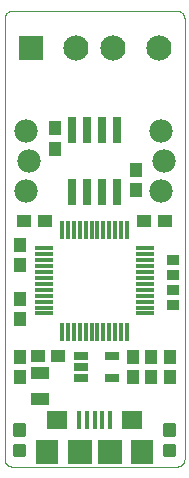
<source format=gts>
G75*
%MOIN*%
%OFA0B0*%
%FSLAX25Y25*%
%IPPOS*%
%LPD*%
%AMOC8*
5,1,8,0,0,1.08239X$1,22.5*
%
%ADD10C,0.00000*%
%ADD11R,0.05124X0.02565*%
%ADD12C,0.01301*%
%ADD13R,0.04731X0.04337*%
%ADD14R,0.04337X0.04731*%
%ADD15R,0.02800X0.09100*%
%ADD16R,0.06306X0.01384*%
%ADD17R,0.01384X0.06306*%
%ADD18R,0.03900X0.03600*%
%ADD19C,0.07800*%
%ADD20R,0.08400X0.08400*%
%ADD21C,0.08400*%
%ADD22R,0.06306X0.04337*%
%ADD23R,0.01778X0.05912*%
%ADD24R,0.07487X0.07880*%
%ADD25R,0.07880X0.07880*%
%ADD26R,0.06699X0.05912*%
D10*
X0042595Y0032058D02*
X0042595Y0178933D01*
X0042597Y0179031D01*
X0042603Y0179129D01*
X0042612Y0179227D01*
X0042626Y0179324D01*
X0042643Y0179421D01*
X0042664Y0179517D01*
X0042689Y0179612D01*
X0042717Y0179706D01*
X0042750Y0179798D01*
X0042785Y0179890D01*
X0042825Y0179980D01*
X0042867Y0180068D01*
X0042914Y0180155D01*
X0042963Y0180239D01*
X0043016Y0180322D01*
X0043072Y0180402D01*
X0043132Y0180481D01*
X0043194Y0180557D01*
X0043259Y0180630D01*
X0043327Y0180701D01*
X0043398Y0180769D01*
X0043471Y0180834D01*
X0043547Y0180896D01*
X0043626Y0180956D01*
X0043706Y0181012D01*
X0043789Y0181065D01*
X0043873Y0181114D01*
X0043960Y0181161D01*
X0044048Y0181203D01*
X0044138Y0181243D01*
X0044230Y0181278D01*
X0044322Y0181311D01*
X0044416Y0181339D01*
X0044511Y0181364D01*
X0044607Y0181385D01*
X0044704Y0181402D01*
X0044801Y0181416D01*
X0044899Y0181425D01*
X0044997Y0181431D01*
X0045095Y0181433D01*
X0100095Y0181433D01*
X0100193Y0181431D01*
X0100291Y0181425D01*
X0100389Y0181416D01*
X0100486Y0181402D01*
X0100583Y0181385D01*
X0100679Y0181364D01*
X0100774Y0181339D01*
X0100868Y0181311D01*
X0100960Y0181278D01*
X0101052Y0181243D01*
X0101142Y0181203D01*
X0101230Y0181161D01*
X0101317Y0181114D01*
X0101401Y0181065D01*
X0101484Y0181012D01*
X0101564Y0180956D01*
X0101643Y0180896D01*
X0101719Y0180834D01*
X0101792Y0180769D01*
X0101863Y0180701D01*
X0101931Y0180630D01*
X0101996Y0180557D01*
X0102058Y0180481D01*
X0102118Y0180402D01*
X0102174Y0180322D01*
X0102227Y0180239D01*
X0102276Y0180155D01*
X0102323Y0180068D01*
X0102365Y0179980D01*
X0102405Y0179890D01*
X0102440Y0179798D01*
X0102473Y0179706D01*
X0102501Y0179612D01*
X0102526Y0179517D01*
X0102547Y0179421D01*
X0102564Y0179324D01*
X0102578Y0179227D01*
X0102587Y0179129D01*
X0102593Y0179031D01*
X0102595Y0178933D01*
X0102595Y0032058D01*
X0102593Y0031960D01*
X0102587Y0031862D01*
X0102578Y0031764D01*
X0102564Y0031667D01*
X0102547Y0031570D01*
X0102526Y0031474D01*
X0102501Y0031379D01*
X0102473Y0031285D01*
X0102440Y0031193D01*
X0102405Y0031101D01*
X0102365Y0031011D01*
X0102323Y0030923D01*
X0102276Y0030836D01*
X0102227Y0030752D01*
X0102174Y0030669D01*
X0102118Y0030589D01*
X0102058Y0030510D01*
X0101996Y0030434D01*
X0101931Y0030361D01*
X0101863Y0030290D01*
X0101792Y0030222D01*
X0101719Y0030157D01*
X0101643Y0030095D01*
X0101564Y0030035D01*
X0101484Y0029979D01*
X0101401Y0029926D01*
X0101317Y0029877D01*
X0101230Y0029830D01*
X0101142Y0029788D01*
X0101052Y0029748D01*
X0100960Y0029713D01*
X0100868Y0029680D01*
X0100774Y0029652D01*
X0100679Y0029627D01*
X0100583Y0029606D01*
X0100486Y0029589D01*
X0100389Y0029575D01*
X0100291Y0029566D01*
X0100193Y0029560D01*
X0100095Y0029558D01*
X0045095Y0029558D01*
X0044997Y0029560D01*
X0044899Y0029566D01*
X0044801Y0029575D01*
X0044704Y0029589D01*
X0044607Y0029606D01*
X0044511Y0029627D01*
X0044416Y0029652D01*
X0044322Y0029680D01*
X0044230Y0029713D01*
X0044138Y0029748D01*
X0044048Y0029788D01*
X0043960Y0029830D01*
X0043873Y0029877D01*
X0043789Y0029926D01*
X0043706Y0029979D01*
X0043626Y0030035D01*
X0043547Y0030095D01*
X0043471Y0030157D01*
X0043398Y0030222D01*
X0043327Y0030290D01*
X0043259Y0030361D01*
X0043194Y0030434D01*
X0043132Y0030510D01*
X0043072Y0030589D01*
X0043016Y0030669D01*
X0042963Y0030752D01*
X0042914Y0030836D01*
X0042867Y0030923D01*
X0042825Y0031011D01*
X0042785Y0031101D01*
X0042750Y0031193D01*
X0042717Y0031285D01*
X0042689Y0031379D01*
X0042664Y0031474D01*
X0042643Y0031570D01*
X0042626Y0031667D01*
X0042612Y0031764D01*
X0042603Y0031862D01*
X0042597Y0031960D01*
X0042595Y0032058D01*
D11*
X0068102Y0058943D03*
X0068102Y0062683D03*
X0068102Y0066423D03*
X0078339Y0066423D03*
X0078339Y0058943D03*
D12*
X0096077Y0043279D02*
X0099113Y0043279D01*
X0099113Y0040243D01*
X0096077Y0040243D01*
X0096077Y0043279D01*
X0096077Y0041543D02*
X0099113Y0041543D01*
X0099113Y0042843D02*
X0096077Y0042843D01*
X0096077Y0036373D02*
X0099113Y0036373D01*
X0099113Y0033337D01*
X0096077Y0033337D01*
X0096077Y0036373D01*
X0096077Y0034637D02*
X0099113Y0034637D01*
X0099113Y0035937D02*
X0096077Y0035937D01*
X0049113Y0036373D02*
X0046077Y0036373D01*
X0049113Y0036373D02*
X0049113Y0033337D01*
X0046077Y0033337D01*
X0046077Y0036373D01*
X0046077Y0034637D02*
X0049113Y0034637D01*
X0049113Y0035937D02*
X0046077Y0035937D01*
X0046077Y0043279D02*
X0049113Y0043279D01*
X0049113Y0040243D01*
X0046077Y0040243D01*
X0046077Y0043279D01*
X0046077Y0041543D02*
X0049113Y0041543D01*
X0049113Y0042843D02*
X0046077Y0042843D01*
D13*
X0053624Y0066433D03*
X0060317Y0066433D03*
X0055942Y0111433D03*
X0049249Y0111433D03*
X0089249Y0111433D03*
X0095942Y0111433D03*
D14*
X0086345Y0121837D03*
X0086345Y0128530D03*
X0059470Y0135587D03*
X0059470Y0142280D03*
X0047595Y0103530D03*
X0047595Y0096837D03*
X0047595Y0085405D03*
X0047595Y0078712D03*
X0047595Y0066030D03*
X0047595Y0059337D03*
X0085408Y0059337D03*
X0085408Y0066030D03*
X0091345Y0066030D03*
X0091345Y0059337D03*
X0097595Y0059337D03*
X0097595Y0066030D03*
D15*
X0080095Y0121133D03*
X0075095Y0121133D03*
X0070095Y0121133D03*
X0065095Y0121133D03*
X0065095Y0141733D03*
X0070095Y0141733D03*
X0075095Y0141733D03*
X0080095Y0141733D03*
D16*
X0089524Y0102260D03*
X0089524Y0100291D03*
X0089524Y0098323D03*
X0089524Y0096354D03*
X0089524Y0094386D03*
X0089524Y0092417D03*
X0089524Y0090449D03*
X0089524Y0088480D03*
X0089524Y0086512D03*
X0089524Y0084543D03*
X0089524Y0082575D03*
X0089524Y0080606D03*
X0055666Y0080606D03*
X0055666Y0082575D03*
X0055666Y0084543D03*
X0055666Y0086512D03*
X0055666Y0088480D03*
X0055666Y0090449D03*
X0055666Y0092417D03*
X0055666Y0094386D03*
X0055666Y0096354D03*
X0055666Y0098323D03*
X0055666Y0100291D03*
X0055666Y0102260D03*
D17*
X0061768Y0108362D03*
X0063737Y0108362D03*
X0065705Y0108362D03*
X0067674Y0108362D03*
X0069642Y0108362D03*
X0071611Y0108362D03*
X0073579Y0108362D03*
X0075548Y0108362D03*
X0077516Y0108362D03*
X0079485Y0108362D03*
X0081453Y0108362D03*
X0083422Y0108362D03*
X0083422Y0074504D03*
X0081453Y0074504D03*
X0079485Y0074504D03*
X0077516Y0074504D03*
X0075548Y0074504D03*
X0073579Y0074504D03*
X0071611Y0074504D03*
X0069642Y0074504D03*
X0067674Y0074504D03*
X0065705Y0074504D03*
X0063737Y0074504D03*
X0061768Y0074504D03*
D18*
X0098845Y0083308D03*
X0098845Y0088308D03*
X0098845Y0093308D03*
X0098845Y0098308D03*
D19*
X0094595Y0121433D03*
X0095595Y0131433D03*
X0094595Y0141433D03*
X0049595Y0141433D03*
X0050595Y0131433D03*
X0049595Y0121433D03*
D20*
X0051270Y0168933D03*
D21*
X0066450Y0168933D03*
X0078829Y0168933D03*
X0094009Y0168933D03*
D22*
X0054470Y0060764D03*
X0054470Y0052102D03*
D23*
X0067477Y0044991D03*
X0070036Y0044991D03*
X0072595Y0044991D03*
X0075154Y0044991D03*
X0077713Y0044991D03*
D24*
X0088343Y0034558D03*
X0056847Y0034558D03*
D25*
X0067595Y0034558D03*
X0077595Y0034558D03*
D26*
X0085194Y0044991D03*
X0059997Y0044991D03*
M02*

</source>
